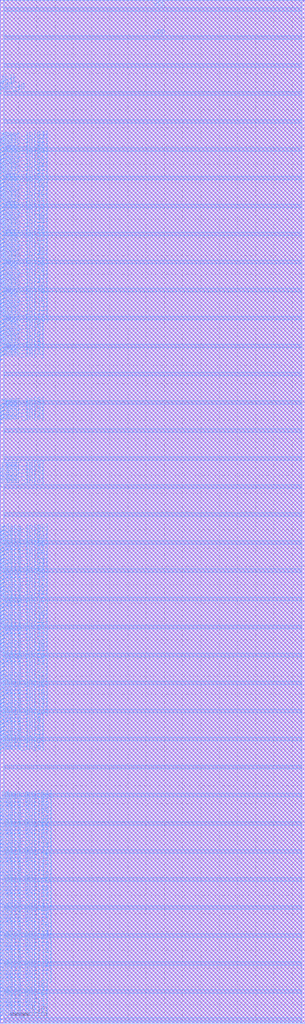
<source format=lef>
VERSION 5.7 ;
BUSBITCHARS "[]" ;
MACRO fakeregfile_64x64
  FOREIGN fakeregfile_64x64 0 0 ;
  SYMMETRY X Y R90 ;
  SIZE 8.360 BY 28.000 ;
  CLASS BLOCK ;
  PIN rdata_out[0]
    DIRECTION OUTPUT ;
    USE SIGNAL ;
    SHAPE ABUTMENT ;
    PORT
      LAYER M4 ;
      RECT 0.000 0.096 0.024 0.120 ;
    END
  END rdata_out[0]
  PIN rdata_out[1]
    DIRECTION OUTPUT ;
    USE SIGNAL ;
    SHAPE ABUTMENT ;
    PORT
      LAYER M4 ;
      RECT 0.000 0.192 0.024 0.216 ;
    END
  END rdata_out[1]
  PIN rdata_out[2]
    DIRECTION OUTPUT ;
    USE SIGNAL ;
    SHAPE ABUTMENT ;
    PORT
      LAYER M4 ;
      RECT 0.000 0.288 0.024 0.312 ;
    END
  END rdata_out[2]
  PIN rdata_out[3]
    DIRECTION OUTPUT ;
    USE SIGNAL ;
    SHAPE ABUTMENT ;
    PORT
      LAYER M4 ;
      RECT 0.000 0.384 0.024 0.408 ;
    END
  END rdata_out[3]
  PIN rdata_out[4]
    DIRECTION OUTPUT ;
    USE SIGNAL ;
    SHAPE ABUTMENT ;
    PORT
      LAYER M4 ;
      RECT 0.000 0.480 0.024 0.504 ;
    END
  END rdata_out[4]
  PIN rdata_out[5]
    DIRECTION OUTPUT ;
    USE SIGNAL ;
    SHAPE ABUTMENT ;
    PORT
      LAYER M4 ;
      RECT 0.000 0.576 0.024 0.600 ;
    END
  END rdata_out[5]
  PIN rdata_out[6]
    DIRECTION OUTPUT ;
    USE SIGNAL ;
    SHAPE ABUTMENT ;
    PORT
      LAYER M4 ;
      RECT 0.000 0.672 0.024 0.696 ;
    END
  END rdata_out[6]
  PIN rdata_out[7]
    DIRECTION OUTPUT ;
    USE SIGNAL ;
    SHAPE ABUTMENT ;
    PORT
      LAYER M4 ;
      RECT 0.000 0.768 0.024 0.792 ;
    END
  END rdata_out[7]
  PIN rdata_out[8]
    DIRECTION OUTPUT ;
    USE SIGNAL ;
    SHAPE ABUTMENT ;
    PORT
      LAYER M4 ;
      RECT 0.000 0.864 0.024 0.888 ;
    END
  END rdata_out[8]
  PIN rdata_out[9]
    DIRECTION OUTPUT ;
    USE SIGNAL ;
    SHAPE ABUTMENT ;
    PORT
      LAYER M4 ;
      RECT 0.000 0.960 0.024 0.984 ;
    END
  END rdata_out[9]
  PIN rdata_out[10]
    DIRECTION OUTPUT ;
    USE SIGNAL ;
    SHAPE ABUTMENT ;
    PORT
      LAYER M4 ;
      RECT 0.000 1.056 0.024 1.080 ;
    END
  END rdata_out[10]
  PIN rdata_out[11]
    DIRECTION OUTPUT ;
    USE SIGNAL ;
    SHAPE ABUTMENT ;
    PORT
      LAYER M4 ;
      RECT 0.000 1.152 0.024 1.176 ;
    END
  END rdata_out[11]
  PIN rdata_out[12]
    DIRECTION OUTPUT ;
    USE SIGNAL ;
    SHAPE ABUTMENT ;
    PORT
      LAYER M4 ;
      RECT 0.000 1.248 0.024 1.272 ;
    END
  END rdata_out[12]
  PIN rdata_out[13]
    DIRECTION OUTPUT ;
    USE SIGNAL ;
    SHAPE ABUTMENT ;
    PORT
      LAYER M4 ;
      RECT 0.000 1.344 0.024 1.368 ;
    END
  END rdata_out[13]
  PIN rdata_out[14]
    DIRECTION OUTPUT ;
    USE SIGNAL ;
    SHAPE ABUTMENT ;
    PORT
      LAYER M4 ;
      RECT 0.000 1.440 0.024 1.464 ;
    END
  END rdata_out[14]
  PIN rdata_out[15]
    DIRECTION OUTPUT ;
    USE SIGNAL ;
    SHAPE ABUTMENT ;
    PORT
      LAYER M4 ;
      RECT 0.000 1.536 0.024 1.560 ;
    END
  END rdata_out[15]
  PIN rdata_out[16]
    DIRECTION OUTPUT ;
    USE SIGNAL ;
    SHAPE ABUTMENT ;
    PORT
      LAYER M4 ;
      RECT 0.000 1.632 0.024 1.656 ;
    END
  END rdata_out[16]
  PIN rdata_out[17]
    DIRECTION OUTPUT ;
    USE SIGNAL ;
    SHAPE ABUTMENT ;
    PORT
      LAYER M4 ;
      RECT 0.000 1.728 0.024 1.752 ;
    END
  END rdata_out[17]
  PIN rdata_out[18]
    DIRECTION OUTPUT ;
    USE SIGNAL ;
    SHAPE ABUTMENT ;
    PORT
      LAYER M4 ;
      RECT 0.000 1.824 0.024 1.848 ;
    END
  END rdata_out[18]
  PIN rdata_out[19]
    DIRECTION OUTPUT ;
    USE SIGNAL ;
    SHAPE ABUTMENT ;
    PORT
      LAYER M4 ;
      RECT 0.000 1.920 0.024 1.944 ;
    END
  END rdata_out[19]
  PIN rdata_out[20]
    DIRECTION OUTPUT ;
    USE SIGNAL ;
    SHAPE ABUTMENT ;
    PORT
      LAYER M4 ;
      RECT 0.000 2.016 0.024 2.040 ;
    END
  END rdata_out[20]
  PIN rdata_out[21]
    DIRECTION OUTPUT ;
    USE SIGNAL ;
    SHAPE ABUTMENT ;
    PORT
      LAYER M4 ;
      RECT 0.000 2.112 0.024 2.136 ;
    END
  END rdata_out[21]
  PIN rdata_out[22]
    DIRECTION OUTPUT ;
    USE SIGNAL ;
    SHAPE ABUTMENT ;
    PORT
      LAYER M4 ;
      RECT 0.000 2.208 0.024 2.232 ;
    END
  END rdata_out[22]
  PIN rdata_out[23]
    DIRECTION OUTPUT ;
    USE SIGNAL ;
    SHAPE ABUTMENT ;
    PORT
      LAYER M4 ;
      RECT 0.000 2.304 0.024 2.328 ;
    END
  END rdata_out[23]
  PIN rdata_out[24]
    DIRECTION OUTPUT ;
    USE SIGNAL ;
    SHAPE ABUTMENT ;
    PORT
      LAYER M4 ;
      RECT 0.000 2.400 0.024 2.424 ;
    END
  END rdata_out[24]
  PIN rdata_out[25]
    DIRECTION OUTPUT ;
    USE SIGNAL ;
    SHAPE ABUTMENT ;
    PORT
      LAYER M4 ;
      RECT 0.000 2.496 0.024 2.520 ;
    END
  END rdata_out[25]
  PIN rdata_out[26]
    DIRECTION OUTPUT ;
    USE SIGNAL ;
    SHAPE ABUTMENT ;
    PORT
      LAYER M4 ;
      RECT 0.000 2.592 0.024 2.616 ;
    END
  END rdata_out[26]
  PIN rdata_out[27]
    DIRECTION OUTPUT ;
    USE SIGNAL ;
    SHAPE ABUTMENT ;
    PORT
      LAYER M4 ;
      RECT 0.000 2.688 0.024 2.712 ;
    END
  END rdata_out[27]
  PIN rdata_out[28]
    DIRECTION OUTPUT ;
    USE SIGNAL ;
    SHAPE ABUTMENT ;
    PORT
      LAYER M4 ;
      RECT 0.000 2.784 0.024 2.808 ;
    END
  END rdata_out[28]
  PIN rdata_out[29]
    DIRECTION OUTPUT ;
    USE SIGNAL ;
    SHAPE ABUTMENT ;
    PORT
      LAYER M4 ;
      RECT 0.000 2.880 0.024 2.904 ;
    END
  END rdata_out[29]
  PIN rdata_out[30]
    DIRECTION OUTPUT ;
    USE SIGNAL ;
    SHAPE ABUTMENT ;
    PORT
      LAYER M4 ;
      RECT 0.000 2.976 0.024 3.000 ;
    END
  END rdata_out[30]
  PIN rdata_out[31]
    DIRECTION OUTPUT ;
    USE SIGNAL ;
    SHAPE ABUTMENT ;
    PORT
      LAYER M4 ;
      RECT 0.000 3.072 0.024 3.096 ;
    END
  END rdata_out[31]
  PIN rdata_out[32]
    DIRECTION OUTPUT ;
    USE SIGNAL ;
    SHAPE ABUTMENT ;
    PORT
      LAYER M4 ;
      RECT 0.000 3.168 0.024 3.192 ;
    END
  END rdata_out[32]
  PIN rdata_out[33]
    DIRECTION OUTPUT ;
    USE SIGNAL ;
    SHAPE ABUTMENT ;
    PORT
      LAYER M4 ;
      RECT 0.000 3.264 0.024 3.288 ;
    END
  END rdata_out[33]
  PIN rdata_out[34]
    DIRECTION OUTPUT ;
    USE SIGNAL ;
    SHAPE ABUTMENT ;
    PORT
      LAYER M4 ;
      RECT 0.000 3.360 0.024 3.384 ;
    END
  END rdata_out[34]
  PIN rdata_out[35]
    DIRECTION OUTPUT ;
    USE SIGNAL ;
    SHAPE ABUTMENT ;
    PORT
      LAYER M4 ;
      RECT 0.000 3.456 0.024 3.480 ;
    END
  END rdata_out[35]
  PIN rdata_out[36]
    DIRECTION OUTPUT ;
    USE SIGNAL ;
    SHAPE ABUTMENT ;
    PORT
      LAYER M4 ;
      RECT 0.000 3.552 0.024 3.576 ;
    END
  END rdata_out[36]
  PIN rdata_out[37]
    DIRECTION OUTPUT ;
    USE SIGNAL ;
    SHAPE ABUTMENT ;
    PORT
      LAYER M4 ;
      RECT 0.000 3.648 0.024 3.672 ;
    END
  END rdata_out[37]
  PIN rdata_out[38]
    DIRECTION OUTPUT ;
    USE SIGNAL ;
    SHAPE ABUTMENT ;
    PORT
      LAYER M4 ;
      RECT 0.000 3.744 0.024 3.768 ;
    END
  END rdata_out[38]
  PIN rdata_out[39]
    DIRECTION OUTPUT ;
    USE SIGNAL ;
    SHAPE ABUTMENT ;
    PORT
      LAYER M4 ;
      RECT 0.000 3.840 0.024 3.864 ;
    END
  END rdata_out[39]
  PIN rdata_out[40]
    DIRECTION OUTPUT ;
    USE SIGNAL ;
    SHAPE ABUTMENT ;
    PORT
      LAYER M4 ;
      RECT 0.000 3.936 0.024 3.960 ;
    END
  END rdata_out[40]
  PIN rdata_out[41]
    DIRECTION OUTPUT ;
    USE SIGNAL ;
    SHAPE ABUTMENT ;
    PORT
      LAYER M4 ;
      RECT 0.000 4.032 0.024 4.056 ;
    END
  END rdata_out[41]
  PIN rdata_out[42]
    DIRECTION OUTPUT ;
    USE SIGNAL ;
    SHAPE ABUTMENT ;
    PORT
      LAYER M4 ;
      RECT 0.000 4.128 0.024 4.152 ;
    END
  END rdata_out[42]
  PIN rdata_out[43]
    DIRECTION OUTPUT ;
    USE SIGNAL ;
    SHAPE ABUTMENT ;
    PORT
      LAYER M4 ;
      RECT 0.000 4.224 0.024 4.248 ;
    END
  END rdata_out[43]
  PIN rdata_out[44]
    DIRECTION OUTPUT ;
    USE SIGNAL ;
    SHAPE ABUTMENT ;
    PORT
      LAYER M4 ;
      RECT 0.000 4.320 0.024 4.344 ;
    END
  END rdata_out[44]
  PIN rdata_out[45]
    DIRECTION OUTPUT ;
    USE SIGNAL ;
    SHAPE ABUTMENT ;
    PORT
      LAYER M4 ;
      RECT 0.000 4.416 0.024 4.440 ;
    END
  END rdata_out[45]
  PIN rdata_out[46]
    DIRECTION OUTPUT ;
    USE SIGNAL ;
    SHAPE ABUTMENT ;
    PORT
      LAYER M4 ;
      RECT 0.000 4.512 0.024 4.536 ;
    END
  END rdata_out[46]
  PIN rdata_out[47]
    DIRECTION OUTPUT ;
    USE SIGNAL ;
    SHAPE ABUTMENT ;
    PORT
      LAYER M4 ;
      RECT 0.000 4.608 0.024 4.632 ;
    END
  END rdata_out[47]
  PIN rdata_out[48]
    DIRECTION OUTPUT ;
    USE SIGNAL ;
    SHAPE ABUTMENT ;
    PORT
      LAYER M4 ;
      RECT 0.000 4.704 0.024 4.728 ;
    END
  END rdata_out[48]
  PIN rdata_out[49]
    DIRECTION OUTPUT ;
    USE SIGNAL ;
    SHAPE ABUTMENT ;
    PORT
      LAYER M4 ;
      RECT 0.000 4.800 0.024 4.824 ;
    END
  END rdata_out[49]
  PIN rdata_out[50]
    DIRECTION OUTPUT ;
    USE SIGNAL ;
    SHAPE ABUTMENT ;
    PORT
      LAYER M4 ;
      RECT 0.000 4.896 0.024 4.920 ;
    END
  END rdata_out[50]
  PIN rdata_out[51]
    DIRECTION OUTPUT ;
    USE SIGNAL ;
    SHAPE ABUTMENT ;
    PORT
      LAYER M4 ;
      RECT 0.000 4.992 0.024 5.016 ;
    END
  END rdata_out[51]
  PIN rdata_out[52]
    DIRECTION OUTPUT ;
    USE SIGNAL ;
    SHAPE ABUTMENT ;
    PORT
      LAYER M4 ;
      RECT 0.000 5.088 0.024 5.112 ;
    END
  END rdata_out[52]
  PIN rdata_out[53]
    DIRECTION OUTPUT ;
    USE SIGNAL ;
    SHAPE ABUTMENT ;
    PORT
      LAYER M4 ;
      RECT 0.000 5.184 0.024 5.208 ;
    END
  END rdata_out[53]
  PIN rdata_out[54]
    DIRECTION OUTPUT ;
    USE SIGNAL ;
    SHAPE ABUTMENT ;
    PORT
      LAYER M4 ;
      RECT 0.000 5.280 0.024 5.304 ;
    END
  END rdata_out[54]
  PIN rdata_out[55]
    DIRECTION OUTPUT ;
    USE SIGNAL ;
    SHAPE ABUTMENT ;
    PORT
      LAYER M4 ;
      RECT 0.000 5.376 0.024 5.400 ;
    END
  END rdata_out[55]
  PIN rdata_out[56]
    DIRECTION OUTPUT ;
    USE SIGNAL ;
    SHAPE ABUTMENT ;
    PORT
      LAYER M4 ;
      RECT 0.000 5.472 0.024 5.496 ;
    END
  END rdata_out[56]
  PIN rdata_out[57]
    DIRECTION OUTPUT ;
    USE SIGNAL ;
    SHAPE ABUTMENT ;
    PORT
      LAYER M4 ;
      RECT 0.000 5.568 0.024 5.592 ;
    END
  END rdata_out[57]
  PIN rdata_out[58]
    DIRECTION OUTPUT ;
    USE SIGNAL ;
    SHAPE ABUTMENT ;
    PORT
      LAYER M4 ;
      RECT 0.000 5.664 0.024 5.688 ;
    END
  END rdata_out[58]
  PIN rdata_out[59]
    DIRECTION OUTPUT ;
    USE SIGNAL ;
    SHAPE ABUTMENT ;
    PORT
      LAYER M4 ;
      RECT 0.000 5.760 0.024 5.784 ;
    END
  END rdata_out[59]
  PIN rdata_out[60]
    DIRECTION OUTPUT ;
    USE SIGNAL ;
    SHAPE ABUTMENT ;
    PORT
      LAYER M4 ;
      RECT 0.000 5.856 0.024 5.880 ;
    END
  END rdata_out[60]
  PIN rdata_out[61]
    DIRECTION OUTPUT ;
    USE SIGNAL ;
    SHAPE ABUTMENT ;
    PORT
      LAYER M4 ;
      RECT 0.000 5.952 0.024 5.976 ;
    END
  END rdata_out[61]
  PIN rdata_out[62]
    DIRECTION OUTPUT ;
    USE SIGNAL ;
    SHAPE ABUTMENT ;
    PORT
      LAYER M4 ;
      RECT 0.000 6.048 0.024 6.072 ;
    END
  END rdata_out[62]
  PIN rdata_out[63]
    DIRECTION OUTPUT ;
    USE SIGNAL ;
    SHAPE ABUTMENT ;
    PORT
      LAYER M4 ;
      RECT 0.000 6.144 0.024 6.168 ;
    END
  END rdata_out[63]
  PIN wdata_in[0]
    DIRECTION INPUT ;
    USE SIGNAL ;
    SHAPE ABUTMENT ;
    PORT
      LAYER M4 ;
      RECT 0.000 7.392 0.024 7.416 ;
    END
  END wdata_in[0]
  PIN wdata_in[1]
    DIRECTION INPUT ;
    USE SIGNAL ;
    SHAPE ABUTMENT ;
    PORT
      LAYER M4 ;
      RECT 0.000 7.488 0.024 7.512 ;
    END
  END wdata_in[1]
  PIN wdata_in[2]
    DIRECTION INPUT ;
    USE SIGNAL ;
    SHAPE ABUTMENT ;
    PORT
      LAYER M4 ;
      RECT 0.000 7.584 0.024 7.608 ;
    END
  END wdata_in[2]
  PIN wdata_in[3]
    DIRECTION INPUT ;
    USE SIGNAL ;
    SHAPE ABUTMENT ;
    PORT
      LAYER M4 ;
      RECT 0.000 7.680 0.024 7.704 ;
    END
  END wdata_in[3]
  PIN wdata_in[4]
    DIRECTION INPUT ;
    USE SIGNAL ;
    SHAPE ABUTMENT ;
    PORT
      LAYER M4 ;
      RECT 0.000 7.776 0.024 7.800 ;
    END
  END wdata_in[4]
  PIN wdata_in[5]
    DIRECTION INPUT ;
    USE SIGNAL ;
    SHAPE ABUTMENT ;
    PORT
      LAYER M4 ;
      RECT 0.000 7.872 0.024 7.896 ;
    END
  END wdata_in[5]
  PIN wdata_in[6]
    DIRECTION INPUT ;
    USE SIGNAL ;
    SHAPE ABUTMENT ;
    PORT
      LAYER M4 ;
      RECT 0.000 7.968 0.024 7.992 ;
    END
  END wdata_in[6]
  PIN wdata_in[7]
    DIRECTION INPUT ;
    USE SIGNAL ;
    SHAPE ABUTMENT ;
    PORT
      LAYER M4 ;
      RECT 0.000 8.064 0.024 8.088 ;
    END
  END wdata_in[7]
  PIN wdata_in[8]
    DIRECTION INPUT ;
    USE SIGNAL ;
    SHAPE ABUTMENT ;
    PORT
      LAYER M4 ;
      RECT 0.000 8.160 0.024 8.184 ;
    END
  END wdata_in[8]
  PIN wdata_in[9]
    DIRECTION INPUT ;
    USE SIGNAL ;
    SHAPE ABUTMENT ;
    PORT
      LAYER M4 ;
      RECT 0.000 8.256 0.024 8.280 ;
    END
  END wdata_in[9]
  PIN wdata_in[10]
    DIRECTION INPUT ;
    USE SIGNAL ;
    SHAPE ABUTMENT ;
    PORT
      LAYER M4 ;
      RECT 0.000 8.352 0.024 8.376 ;
    END
  END wdata_in[10]
  PIN wdata_in[11]
    DIRECTION INPUT ;
    USE SIGNAL ;
    SHAPE ABUTMENT ;
    PORT
      LAYER M4 ;
      RECT 0.000 8.448 0.024 8.472 ;
    END
  END wdata_in[11]
  PIN wdata_in[12]
    DIRECTION INPUT ;
    USE SIGNAL ;
    SHAPE ABUTMENT ;
    PORT
      LAYER M4 ;
      RECT 0.000 8.544 0.024 8.568 ;
    END
  END wdata_in[12]
  PIN wdata_in[13]
    DIRECTION INPUT ;
    USE SIGNAL ;
    SHAPE ABUTMENT ;
    PORT
      LAYER M4 ;
      RECT 0.000 8.640 0.024 8.664 ;
    END
  END wdata_in[13]
  PIN wdata_in[14]
    DIRECTION INPUT ;
    USE SIGNAL ;
    SHAPE ABUTMENT ;
    PORT
      LAYER M4 ;
      RECT 0.000 8.736 0.024 8.760 ;
    END
  END wdata_in[14]
  PIN wdata_in[15]
    DIRECTION INPUT ;
    USE SIGNAL ;
    SHAPE ABUTMENT ;
    PORT
      LAYER M4 ;
      RECT 0.000 8.832 0.024 8.856 ;
    END
  END wdata_in[15]
  PIN wdata_in[16]
    DIRECTION INPUT ;
    USE SIGNAL ;
    SHAPE ABUTMENT ;
    PORT
      LAYER M4 ;
      RECT 0.000 8.928 0.024 8.952 ;
    END
  END wdata_in[16]
  PIN wdata_in[17]
    DIRECTION INPUT ;
    USE SIGNAL ;
    SHAPE ABUTMENT ;
    PORT
      LAYER M4 ;
      RECT 0.000 9.024 0.024 9.048 ;
    END
  END wdata_in[17]
  PIN wdata_in[18]
    DIRECTION INPUT ;
    USE SIGNAL ;
    SHAPE ABUTMENT ;
    PORT
      LAYER M4 ;
      RECT 0.000 9.120 0.024 9.144 ;
    END
  END wdata_in[18]
  PIN wdata_in[19]
    DIRECTION INPUT ;
    USE SIGNAL ;
    SHAPE ABUTMENT ;
    PORT
      LAYER M4 ;
      RECT 0.000 9.216 0.024 9.240 ;
    END
  END wdata_in[19]
  PIN wdata_in[20]
    DIRECTION INPUT ;
    USE SIGNAL ;
    SHAPE ABUTMENT ;
    PORT
      LAYER M4 ;
      RECT 0.000 9.312 0.024 9.336 ;
    END
  END wdata_in[20]
  PIN wdata_in[21]
    DIRECTION INPUT ;
    USE SIGNAL ;
    SHAPE ABUTMENT ;
    PORT
      LAYER M4 ;
      RECT 0.000 9.408 0.024 9.432 ;
    END
  END wdata_in[21]
  PIN wdata_in[22]
    DIRECTION INPUT ;
    USE SIGNAL ;
    SHAPE ABUTMENT ;
    PORT
      LAYER M4 ;
      RECT 0.000 9.504 0.024 9.528 ;
    END
  END wdata_in[22]
  PIN wdata_in[23]
    DIRECTION INPUT ;
    USE SIGNAL ;
    SHAPE ABUTMENT ;
    PORT
      LAYER M4 ;
      RECT 0.000 9.600 0.024 9.624 ;
    END
  END wdata_in[23]
  PIN wdata_in[24]
    DIRECTION INPUT ;
    USE SIGNAL ;
    SHAPE ABUTMENT ;
    PORT
      LAYER M4 ;
      RECT 0.000 9.696 0.024 9.720 ;
    END
  END wdata_in[24]
  PIN wdata_in[25]
    DIRECTION INPUT ;
    USE SIGNAL ;
    SHAPE ABUTMENT ;
    PORT
      LAYER M4 ;
      RECT 0.000 9.792 0.024 9.816 ;
    END
  END wdata_in[25]
  PIN wdata_in[26]
    DIRECTION INPUT ;
    USE SIGNAL ;
    SHAPE ABUTMENT ;
    PORT
      LAYER M4 ;
      RECT 0.000 9.888 0.024 9.912 ;
    END
  END wdata_in[26]
  PIN wdata_in[27]
    DIRECTION INPUT ;
    USE SIGNAL ;
    SHAPE ABUTMENT ;
    PORT
      LAYER M4 ;
      RECT 0.000 9.984 0.024 10.008 ;
    END
  END wdata_in[27]
  PIN wdata_in[28]
    DIRECTION INPUT ;
    USE SIGNAL ;
    SHAPE ABUTMENT ;
    PORT
      LAYER M4 ;
      RECT 0.000 10.080 0.024 10.104 ;
    END
  END wdata_in[28]
  PIN wdata_in[29]
    DIRECTION INPUT ;
    USE SIGNAL ;
    SHAPE ABUTMENT ;
    PORT
      LAYER M4 ;
      RECT 0.000 10.176 0.024 10.200 ;
    END
  END wdata_in[29]
  PIN wdata_in[30]
    DIRECTION INPUT ;
    USE SIGNAL ;
    SHAPE ABUTMENT ;
    PORT
      LAYER M4 ;
      RECT 0.000 10.272 0.024 10.296 ;
    END
  END wdata_in[30]
  PIN wdata_in[31]
    DIRECTION INPUT ;
    USE SIGNAL ;
    SHAPE ABUTMENT ;
    PORT
      LAYER M4 ;
      RECT 0.000 10.368 0.024 10.392 ;
    END
  END wdata_in[31]
  PIN wdata_in[32]
    DIRECTION INPUT ;
    USE SIGNAL ;
    SHAPE ABUTMENT ;
    PORT
      LAYER M4 ;
      RECT 0.000 10.464 0.024 10.488 ;
    END
  END wdata_in[32]
  PIN wdata_in[33]
    DIRECTION INPUT ;
    USE SIGNAL ;
    SHAPE ABUTMENT ;
    PORT
      LAYER M4 ;
      RECT 0.000 10.560 0.024 10.584 ;
    END
  END wdata_in[33]
  PIN wdata_in[34]
    DIRECTION INPUT ;
    USE SIGNAL ;
    SHAPE ABUTMENT ;
    PORT
      LAYER M4 ;
      RECT 0.000 10.656 0.024 10.680 ;
    END
  END wdata_in[34]
  PIN wdata_in[35]
    DIRECTION INPUT ;
    USE SIGNAL ;
    SHAPE ABUTMENT ;
    PORT
      LAYER M4 ;
      RECT 0.000 10.752 0.024 10.776 ;
    END
  END wdata_in[35]
  PIN wdata_in[36]
    DIRECTION INPUT ;
    USE SIGNAL ;
    SHAPE ABUTMENT ;
    PORT
      LAYER M4 ;
      RECT 0.000 10.848 0.024 10.872 ;
    END
  END wdata_in[36]
  PIN wdata_in[37]
    DIRECTION INPUT ;
    USE SIGNAL ;
    SHAPE ABUTMENT ;
    PORT
      LAYER M4 ;
      RECT 0.000 10.944 0.024 10.968 ;
    END
  END wdata_in[37]
  PIN wdata_in[38]
    DIRECTION INPUT ;
    USE SIGNAL ;
    SHAPE ABUTMENT ;
    PORT
      LAYER M4 ;
      RECT 0.000 11.040 0.024 11.064 ;
    END
  END wdata_in[38]
  PIN wdata_in[39]
    DIRECTION INPUT ;
    USE SIGNAL ;
    SHAPE ABUTMENT ;
    PORT
      LAYER M4 ;
      RECT 0.000 11.136 0.024 11.160 ;
    END
  END wdata_in[39]
  PIN wdata_in[40]
    DIRECTION INPUT ;
    USE SIGNAL ;
    SHAPE ABUTMENT ;
    PORT
      LAYER M4 ;
      RECT 0.000 11.232 0.024 11.256 ;
    END
  END wdata_in[40]
  PIN wdata_in[41]
    DIRECTION INPUT ;
    USE SIGNAL ;
    SHAPE ABUTMENT ;
    PORT
      LAYER M4 ;
      RECT 0.000 11.328 0.024 11.352 ;
    END
  END wdata_in[41]
  PIN wdata_in[42]
    DIRECTION INPUT ;
    USE SIGNAL ;
    SHAPE ABUTMENT ;
    PORT
      LAYER M4 ;
      RECT 0.000 11.424 0.024 11.448 ;
    END
  END wdata_in[42]
  PIN wdata_in[43]
    DIRECTION INPUT ;
    USE SIGNAL ;
    SHAPE ABUTMENT ;
    PORT
      LAYER M4 ;
      RECT 0.000 11.520 0.024 11.544 ;
    END
  END wdata_in[43]
  PIN wdata_in[44]
    DIRECTION INPUT ;
    USE SIGNAL ;
    SHAPE ABUTMENT ;
    PORT
      LAYER M4 ;
      RECT 0.000 11.616 0.024 11.640 ;
    END
  END wdata_in[44]
  PIN wdata_in[45]
    DIRECTION INPUT ;
    USE SIGNAL ;
    SHAPE ABUTMENT ;
    PORT
      LAYER M4 ;
      RECT 0.000 11.712 0.024 11.736 ;
    END
  END wdata_in[45]
  PIN wdata_in[46]
    DIRECTION INPUT ;
    USE SIGNAL ;
    SHAPE ABUTMENT ;
    PORT
      LAYER M4 ;
      RECT 0.000 11.808 0.024 11.832 ;
    END
  END wdata_in[46]
  PIN wdata_in[47]
    DIRECTION INPUT ;
    USE SIGNAL ;
    SHAPE ABUTMENT ;
    PORT
      LAYER M4 ;
      RECT 0.000 11.904 0.024 11.928 ;
    END
  END wdata_in[47]
  PIN wdata_in[48]
    DIRECTION INPUT ;
    USE SIGNAL ;
    SHAPE ABUTMENT ;
    PORT
      LAYER M4 ;
      RECT 0.000 12.000 0.024 12.024 ;
    END
  END wdata_in[48]
  PIN wdata_in[49]
    DIRECTION INPUT ;
    USE SIGNAL ;
    SHAPE ABUTMENT ;
    PORT
      LAYER M4 ;
      RECT 0.000 12.096 0.024 12.120 ;
    END
  END wdata_in[49]
  PIN wdata_in[50]
    DIRECTION INPUT ;
    USE SIGNAL ;
    SHAPE ABUTMENT ;
    PORT
      LAYER M4 ;
      RECT 0.000 12.192 0.024 12.216 ;
    END
  END wdata_in[50]
  PIN wdata_in[51]
    DIRECTION INPUT ;
    USE SIGNAL ;
    SHAPE ABUTMENT ;
    PORT
      LAYER M4 ;
      RECT 0.000 12.288 0.024 12.312 ;
    END
  END wdata_in[51]
  PIN wdata_in[52]
    DIRECTION INPUT ;
    USE SIGNAL ;
    SHAPE ABUTMENT ;
    PORT
      LAYER M4 ;
      RECT 0.000 12.384 0.024 12.408 ;
    END
  END wdata_in[52]
  PIN wdata_in[53]
    DIRECTION INPUT ;
    USE SIGNAL ;
    SHAPE ABUTMENT ;
    PORT
      LAYER M4 ;
      RECT 0.000 12.480 0.024 12.504 ;
    END
  END wdata_in[53]
  PIN wdata_in[54]
    DIRECTION INPUT ;
    USE SIGNAL ;
    SHAPE ABUTMENT ;
    PORT
      LAYER M4 ;
      RECT 0.000 12.576 0.024 12.600 ;
    END
  END wdata_in[54]
  PIN wdata_in[55]
    DIRECTION INPUT ;
    USE SIGNAL ;
    SHAPE ABUTMENT ;
    PORT
      LAYER M4 ;
      RECT 0.000 12.672 0.024 12.696 ;
    END
  END wdata_in[55]
  PIN wdata_in[56]
    DIRECTION INPUT ;
    USE SIGNAL ;
    SHAPE ABUTMENT ;
    PORT
      LAYER M4 ;
      RECT 0.000 12.768 0.024 12.792 ;
    END
  END wdata_in[56]
  PIN wdata_in[57]
    DIRECTION INPUT ;
    USE SIGNAL ;
    SHAPE ABUTMENT ;
    PORT
      LAYER M4 ;
      RECT 0.000 12.864 0.024 12.888 ;
    END
  END wdata_in[57]
  PIN wdata_in[58]
    DIRECTION INPUT ;
    USE SIGNAL ;
    SHAPE ABUTMENT ;
    PORT
      LAYER M4 ;
      RECT 0.000 12.960 0.024 12.984 ;
    END
  END wdata_in[58]
  PIN wdata_in[59]
    DIRECTION INPUT ;
    USE SIGNAL ;
    SHAPE ABUTMENT ;
    PORT
      LAYER M4 ;
      RECT 0.000 13.056 0.024 13.080 ;
    END
  END wdata_in[59]
  PIN wdata_in[60]
    DIRECTION INPUT ;
    USE SIGNAL ;
    SHAPE ABUTMENT ;
    PORT
      LAYER M4 ;
      RECT 0.000 13.152 0.024 13.176 ;
    END
  END wdata_in[60]
  PIN wdata_in[61]
    DIRECTION INPUT ;
    USE SIGNAL ;
    SHAPE ABUTMENT ;
    PORT
      LAYER M4 ;
      RECT 0.000 13.248 0.024 13.272 ;
    END
  END wdata_in[61]
  PIN wdata_in[62]
    DIRECTION INPUT ;
    USE SIGNAL ;
    SHAPE ABUTMENT ;
    PORT
      LAYER M4 ;
      RECT 0.000 13.344 0.024 13.368 ;
    END
  END wdata_in[62]
  PIN wdata_in[63]
    DIRECTION INPUT ;
    USE SIGNAL ;
    SHAPE ABUTMENT ;
    PORT
      LAYER M4 ;
      RECT 0.000 13.440 0.024 13.464 ;
    END
  END wdata_in[63]
  PIN raddr_in[0]
    DIRECTION INPUT ;
    USE SIGNAL ;
    SHAPE ABUTMENT ;
    PORT
      LAYER M4 ;
      RECT 0.000 14.688 0.024 14.712 ;
    END
  END raddr_in[0]
  PIN raddr_in[1]
    DIRECTION INPUT ;
    USE SIGNAL ;
    SHAPE ABUTMENT ;
    PORT
      LAYER M4 ;
      RECT 0.000 14.784 0.024 14.808 ;
    END
  END raddr_in[1]
  PIN raddr_in[2]
    DIRECTION INPUT ;
    USE SIGNAL ;
    SHAPE ABUTMENT ;
    PORT
      LAYER M4 ;
      RECT 0.000 14.880 0.024 14.904 ;
    END
  END raddr_in[2]
  PIN raddr_in[3]
    DIRECTION INPUT ;
    USE SIGNAL ;
    SHAPE ABUTMENT ;
    PORT
      LAYER M4 ;
      RECT 0.000 14.976 0.024 15.000 ;
    END
  END raddr_in[3]
  PIN raddr_in[4]
    DIRECTION INPUT ;
    USE SIGNAL ;
    SHAPE ABUTMENT ;
    PORT
      LAYER M4 ;
      RECT 0.000 15.072 0.024 15.096 ;
    END
  END raddr_in[4]
  PIN raddr_in[5]
    DIRECTION INPUT ;
    USE SIGNAL ;
    SHAPE ABUTMENT ;
    PORT
      LAYER M4 ;
      RECT 0.000 15.168 0.024 15.192 ;
    END
  END raddr_in[5]
  PIN waddr_in[0]
    DIRECTION INPUT ;
    USE SIGNAL ;
    SHAPE ABUTMENT ;
    PORT
      LAYER M4 ;
      RECT 0.000 16.416 0.024 16.440 ;
    END
  END waddr_in[0]
  PIN waddr_in[1]
    DIRECTION INPUT ;
    USE SIGNAL ;
    SHAPE ABUTMENT ;
    PORT
      LAYER M4 ;
      RECT 0.000 16.512 0.024 16.536 ;
    END
  END waddr_in[1]
  PIN waddr_in[2]
    DIRECTION INPUT ;
    USE SIGNAL ;
    SHAPE ABUTMENT ;
    PORT
      LAYER M4 ;
      RECT 0.000 16.608 0.024 16.632 ;
    END
  END waddr_in[2]
  PIN waddr_in[3]
    DIRECTION INPUT ;
    USE SIGNAL ;
    SHAPE ABUTMENT ;
    PORT
      LAYER M4 ;
      RECT 0.000 16.704 0.024 16.728 ;
    END
  END waddr_in[3]
  PIN waddr_in[4]
    DIRECTION INPUT ;
    USE SIGNAL ;
    SHAPE ABUTMENT ;
    PORT
      LAYER M4 ;
      RECT 0.000 16.800 0.024 16.824 ;
    END
  END waddr_in[4]
  PIN waddr_in[5]
    DIRECTION INPUT ;
    USE SIGNAL ;
    SHAPE ABUTMENT ;
    PORT
      LAYER M4 ;
      RECT 0.000 16.896 0.024 16.920 ;
    END
  END waddr_in[5]
  PIN wmask_in[0]
    DIRECTION INPUT ;
    USE SIGNAL ;
    SHAPE ABUTMENT ;
    PORT
      LAYER M4 ;
      RECT 0.000 18.144 0.024 18.168 ;
    END
  END wmask_in[0]
  PIN wmask_in[1]
    DIRECTION INPUT ;
    USE SIGNAL ;
    SHAPE ABUTMENT ;
    PORT
      LAYER M4 ;
      RECT 0.000 18.240 0.024 18.264 ;
    END
  END wmask_in[1]
  PIN wmask_in[2]
    DIRECTION INPUT ;
    USE SIGNAL ;
    SHAPE ABUTMENT ;
    PORT
      LAYER M4 ;
      RECT 0.000 18.336 0.024 18.360 ;
    END
  END wmask_in[2]
  PIN wmask_in[3]
    DIRECTION INPUT ;
    USE SIGNAL ;
    SHAPE ABUTMENT ;
    PORT
      LAYER M4 ;
      RECT 0.000 18.432 0.024 18.456 ;
    END
  END wmask_in[3]
  PIN wmask_in[4]
    DIRECTION INPUT ;
    USE SIGNAL ;
    SHAPE ABUTMENT ;
    PORT
      LAYER M4 ;
      RECT 0.000 18.528 0.024 18.552 ;
    END
  END wmask_in[4]
  PIN wmask_in[5]
    DIRECTION INPUT ;
    USE SIGNAL ;
    SHAPE ABUTMENT ;
    PORT
      LAYER M4 ;
      RECT 0.000 18.624 0.024 18.648 ;
    END
  END wmask_in[5]
  PIN wmask_in[6]
    DIRECTION INPUT ;
    USE SIGNAL ;
    SHAPE ABUTMENT ;
    PORT
      LAYER M4 ;
      RECT 0.000 18.720 0.024 18.744 ;
    END
  END wmask_in[6]
  PIN wmask_in[7]
    DIRECTION INPUT ;
    USE SIGNAL ;
    SHAPE ABUTMENT ;
    PORT
      LAYER M4 ;
      RECT 0.000 18.816 0.024 18.840 ;
    END
  END wmask_in[7]
  PIN wmask_in[8]
    DIRECTION INPUT ;
    USE SIGNAL ;
    SHAPE ABUTMENT ;
    PORT
      LAYER M4 ;
      RECT 0.000 18.912 0.024 18.936 ;
    END
  END wmask_in[8]
  PIN wmask_in[9]
    DIRECTION INPUT ;
    USE SIGNAL ;
    SHAPE ABUTMENT ;
    PORT
      LAYER M4 ;
      RECT 0.000 19.008 0.024 19.032 ;
    END
  END wmask_in[9]
  PIN wmask_in[10]
    DIRECTION INPUT ;
    USE SIGNAL ;
    SHAPE ABUTMENT ;
    PORT
      LAYER M4 ;
      RECT 0.000 19.104 0.024 19.128 ;
    END
  END wmask_in[10]
  PIN wmask_in[11]
    DIRECTION INPUT ;
    USE SIGNAL ;
    SHAPE ABUTMENT ;
    PORT
      LAYER M4 ;
      RECT 0.000 19.200 0.024 19.224 ;
    END
  END wmask_in[11]
  PIN wmask_in[12]
    DIRECTION INPUT ;
    USE SIGNAL ;
    SHAPE ABUTMENT ;
    PORT
      LAYER M4 ;
      RECT 0.000 19.296 0.024 19.320 ;
    END
  END wmask_in[12]
  PIN wmask_in[13]
    DIRECTION INPUT ;
    USE SIGNAL ;
    SHAPE ABUTMENT ;
    PORT
      LAYER M4 ;
      RECT 0.000 19.392 0.024 19.416 ;
    END
  END wmask_in[13]
  PIN wmask_in[14]
    DIRECTION INPUT ;
    USE SIGNAL ;
    SHAPE ABUTMENT ;
    PORT
      LAYER M4 ;
      RECT 0.000 19.488 0.024 19.512 ;
    END
  END wmask_in[14]
  PIN wmask_in[15]
    DIRECTION INPUT ;
    USE SIGNAL ;
    SHAPE ABUTMENT ;
    PORT
      LAYER M4 ;
      RECT 0.000 19.584 0.024 19.608 ;
    END
  END wmask_in[15]
  PIN wmask_in[16]
    DIRECTION INPUT ;
    USE SIGNAL ;
    SHAPE ABUTMENT ;
    PORT
      LAYER M4 ;
      RECT 0.000 19.680 0.024 19.704 ;
    END
  END wmask_in[16]
  PIN wmask_in[17]
    DIRECTION INPUT ;
    USE SIGNAL ;
    SHAPE ABUTMENT ;
    PORT
      LAYER M4 ;
      RECT 0.000 19.776 0.024 19.800 ;
    END
  END wmask_in[17]
  PIN wmask_in[18]
    DIRECTION INPUT ;
    USE SIGNAL ;
    SHAPE ABUTMENT ;
    PORT
      LAYER M4 ;
      RECT 0.000 19.872 0.024 19.896 ;
    END
  END wmask_in[18]
  PIN wmask_in[19]
    DIRECTION INPUT ;
    USE SIGNAL ;
    SHAPE ABUTMENT ;
    PORT
      LAYER M4 ;
      RECT 0.000 19.968 0.024 19.992 ;
    END
  END wmask_in[19]
  PIN wmask_in[20]
    DIRECTION INPUT ;
    USE SIGNAL ;
    SHAPE ABUTMENT ;
    PORT
      LAYER M4 ;
      RECT 0.000 20.064 0.024 20.088 ;
    END
  END wmask_in[20]
  PIN wmask_in[21]
    DIRECTION INPUT ;
    USE SIGNAL ;
    SHAPE ABUTMENT ;
    PORT
      LAYER M4 ;
      RECT 0.000 20.160 0.024 20.184 ;
    END
  END wmask_in[21]
  PIN wmask_in[22]
    DIRECTION INPUT ;
    USE SIGNAL ;
    SHAPE ABUTMENT ;
    PORT
      LAYER M4 ;
      RECT 0.000 20.256 0.024 20.280 ;
    END
  END wmask_in[22]
  PIN wmask_in[23]
    DIRECTION INPUT ;
    USE SIGNAL ;
    SHAPE ABUTMENT ;
    PORT
      LAYER M4 ;
      RECT 0.000 20.352 0.024 20.376 ;
    END
  END wmask_in[23]
  PIN wmask_in[24]
    DIRECTION INPUT ;
    USE SIGNAL ;
    SHAPE ABUTMENT ;
    PORT
      LAYER M4 ;
      RECT 0.000 20.448 0.024 20.472 ;
    END
  END wmask_in[24]
  PIN wmask_in[25]
    DIRECTION INPUT ;
    USE SIGNAL ;
    SHAPE ABUTMENT ;
    PORT
      LAYER M4 ;
      RECT 0.000 20.544 0.024 20.568 ;
    END
  END wmask_in[25]
  PIN wmask_in[26]
    DIRECTION INPUT ;
    USE SIGNAL ;
    SHAPE ABUTMENT ;
    PORT
      LAYER M4 ;
      RECT 0.000 20.640 0.024 20.664 ;
    END
  END wmask_in[26]
  PIN wmask_in[27]
    DIRECTION INPUT ;
    USE SIGNAL ;
    SHAPE ABUTMENT ;
    PORT
      LAYER M4 ;
      RECT 0.000 20.736 0.024 20.760 ;
    END
  END wmask_in[27]
  PIN wmask_in[28]
    DIRECTION INPUT ;
    USE SIGNAL ;
    SHAPE ABUTMENT ;
    PORT
      LAYER M4 ;
      RECT 0.000 20.832 0.024 20.856 ;
    END
  END wmask_in[28]
  PIN wmask_in[29]
    DIRECTION INPUT ;
    USE SIGNAL ;
    SHAPE ABUTMENT ;
    PORT
      LAYER M4 ;
      RECT 0.000 20.928 0.024 20.952 ;
    END
  END wmask_in[29]
  PIN wmask_in[30]
    DIRECTION INPUT ;
    USE SIGNAL ;
    SHAPE ABUTMENT ;
    PORT
      LAYER M4 ;
      RECT 0.000 21.024 0.024 21.048 ;
    END
  END wmask_in[30]
  PIN wmask_in[31]
    DIRECTION INPUT ;
    USE SIGNAL ;
    SHAPE ABUTMENT ;
    PORT
      LAYER M4 ;
      RECT 0.000 21.120 0.024 21.144 ;
    END
  END wmask_in[31]
  PIN wmask_in[32]
    DIRECTION INPUT ;
    USE SIGNAL ;
    SHAPE ABUTMENT ;
    PORT
      LAYER M4 ;
      RECT 0.000 21.216 0.024 21.240 ;
    END
  END wmask_in[32]
  PIN wmask_in[33]
    DIRECTION INPUT ;
    USE SIGNAL ;
    SHAPE ABUTMENT ;
    PORT
      LAYER M4 ;
      RECT 0.000 21.312 0.024 21.336 ;
    END
  END wmask_in[33]
  PIN wmask_in[34]
    DIRECTION INPUT ;
    USE SIGNAL ;
    SHAPE ABUTMENT ;
    PORT
      LAYER M4 ;
      RECT 0.000 21.408 0.024 21.432 ;
    END
  END wmask_in[34]
  PIN wmask_in[35]
    DIRECTION INPUT ;
    USE SIGNAL ;
    SHAPE ABUTMENT ;
    PORT
      LAYER M4 ;
      RECT 0.000 21.504 0.024 21.528 ;
    END
  END wmask_in[35]
  PIN wmask_in[36]
    DIRECTION INPUT ;
    USE SIGNAL ;
    SHAPE ABUTMENT ;
    PORT
      LAYER M4 ;
      RECT 0.000 21.600 0.024 21.624 ;
    END
  END wmask_in[36]
  PIN wmask_in[37]
    DIRECTION INPUT ;
    USE SIGNAL ;
    SHAPE ABUTMENT ;
    PORT
      LAYER M4 ;
      RECT 0.000 21.696 0.024 21.720 ;
    END
  END wmask_in[37]
  PIN wmask_in[38]
    DIRECTION INPUT ;
    USE SIGNAL ;
    SHAPE ABUTMENT ;
    PORT
      LAYER M4 ;
      RECT 0.000 21.792 0.024 21.816 ;
    END
  END wmask_in[38]
  PIN wmask_in[39]
    DIRECTION INPUT ;
    USE SIGNAL ;
    SHAPE ABUTMENT ;
    PORT
      LAYER M4 ;
      RECT 0.000 21.888 0.024 21.912 ;
    END
  END wmask_in[39]
  PIN wmask_in[40]
    DIRECTION INPUT ;
    USE SIGNAL ;
    SHAPE ABUTMENT ;
    PORT
      LAYER M4 ;
      RECT 0.000 21.984 0.024 22.008 ;
    END
  END wmask_in[40]
  PIN wmask_in[41]
    DIRECTION INPUT ;
    USE SIGNAL ;
    SHAPE ABUTMENT ;
    PORT
      LAYER M4 ;
      RECT 0.000 22.080 0.024 22.104 ;
    END
  END wmask_in[41]
  PIN wmask_in[42]
    DIRECTION INPUT ;
    USE SIGNAL ;
    SHAPE ABUTMENT ;
    PORT
      LAYER M4 ;
      RECT 0.000 22.176 0.024 22.200 ;
    END
  END wmask_in[42]
  PIN wmask_in[43]
    DIRECTION INPUT ;
    USE SIGNAL ;
    SHAPE ABUTMENT ;
    PORT
      LAYER M4 ;
      RECT 0.000 22.272 0.024 22.296 ;
    END
  END wmask_in[43]
  PIN wmask_in[44]
    DIRECTION INPUT ;
    USE SIGNAL ;
    SHAPE ABUTMENT ;
    PORT
      LAYER M4 ;
      RECT 0.000 22.368 0.024 22.392 ;
    END
  END wmask_in[44]
  PIN wmask_in[45]
    DIRECTION INPUT ;
    USE SIGNAL ;
    SHAPE ABUTMENT ;
    PORT
      LAYER M4 ;
      RECT 0.000 22.464 0.024 22.488 ;
    END
  END wmask_in[45]
  PIN wmask_in[46]
    DIRECTION INPUT ;
    USE SIGNAL ;
    SHAPE ABUTMENT ;
    PORT
      LAYER M4 ;
      RECT 0.000 22.560 0.024 22.584 ;
    END
  END wmask_in[46]
  PIN wmask_in[47]
    DIRECTION INPUT ;
    USE SIGNAL ;
    SHAPE ABUTMENT ;
    PORT
      LAYER M4 ;
      RECT 0.000 22.656 0.024 22.680 ;
    END
  END wmask_in[47]
  PIN wmask_in[48]
    DIRECTION INPUT ;
    USE SIGNAL ;
    SHAPE ABUTMENT ;
    PORT
      LAYER M4 ;
      RECT 0.000 22.752 0.024 22.776 ;
    END
  END wmask_in[48]
  PIN wmask_in[49]
    DIRECTION INPUT ;
    USE SIGNAL ;
    SHAPE ABUTMENT ;
    PORT
      LAYER M4 ;
      RECT 0.000 22.848 0.024 22.872 ;
    END
  END wmask_in[49]
  PIN wmask_in[50]
    DIRECTION INPUT ;
    USE SIGNAL ;
    SHAPE ABUTMENT ;
    PORT
      LAYER M4 ;
      RECT 0.000 22.944 0.024 22.968 ;
    END
  END wmask_in[50]
  PIN wmask_in[51]
    DIRECTION INPUT ;
    USE SIGNAL ;
    SHAPE ABUTMENT ;
    PORT
      LAYER M4 ;
      RECT 0.000 23.040 0.024 23.064 ;
    END
  END wmask_in[51]
  PIN wmask_in[52]
    DIRECTION INPUT ;
    USE SIGNAL ;
    SHAPE ABUTMENT ;
    PORT
      LAYER M4 ;
      RECT 0.000 23.136 0.024 23.160 ;
    END
  END wmask_in[52]
  PIN wmask_in[53]
    DIRECTION INPUT ;
    USE SIGNAL ;
    SHAPE ABUTMENT ;
    PORT
      LAYER M4 ;
      RECT 0.000 23.232 0.024 23.256 ;
    END
  END wmask_in[53]
  PIN wmask_in[54]
    DIRECTION INPUT ;
    USE SIGNAL ;
    SHAPE ABUTMENT ;
    PORT
      LAYER M4 ;
      RECT 0.000 23.328 0.024 23.352 ;
    END
  END wmask_in[54]
  PIN wmask_in[55]
    DIRECTION INPUT ;
    USE SIGNAL ;
    SHAPE ABUTMENT ;
    PORT
      LAYER M4 ;
      RECT 0.000 23.424 0.024 23.448 ;
    END
  END wmask_in[55]
  PIN wmask_in[56]
    DIRECTION INPUT ;
    USE SIGNAL ;
    SHAPE ABUTMENT ;
    PORT
      LAYER M4 ;
      RECT 0.000 23.520 0.024 23.544 ;
    END
  END wmask_in[56]
  PIN wmask_in[57]
    DIRECTION INPUT ;
    USE SIGNAL ;
    SHAPE ABUTMENT ;
    PORT
      LAYER M4 ;
      RECT 0.000 23.616 0.024 23.640 ;
    END
  END wmask_in[57]
  PIN wmask_in[58]
    DIRECTION INPUT ;
    USE SIGNAL ;
    SHAPE ABUTMENT ;
    PORT
      LAYER M4 ;
      RECT 0.000 23.712 0.024 23.736 ;
    END
  END wmask_in[58]
  PIN wmask_in[59]
    DIRECTION INPUT ;
    USE SIGNAL ;
    SHAPE ABUTMENT ;
    PORT
      LAYER M4 ;
      RECT 0.000 23.808 0.024 23.832 ;
    END
  END wmask_in[59]
  PIN wmask_in[60]
    DIRECTION INPUT ;
    USE SIGNAL ;
    SHAPE ABUTMENT ;
    PORT
      LAYER M4 ;
      RECT 0.000 23.904 0.024 23.928 ;
    END
  END wmask_in[60]
  PIN wmask_in[61]
    DIRECTION INPUT ;
    USE SIGNAL ;
    SHAPE ABUTMENT ;
    PORT
      LAYER M4 ;
      RECT 0.000 24.000 0.024 24.024 ;
    END
  END wmask_in[61]
  PIN wmask_in[62]
    DIRECTION INPUT ;
    USE SIGNAL ;
    SHAPE ABUTMENT ;
    PORT
      LAYER M4 ;
      RECT 0.000 24.096 0.024 24.120 ;
    END
  END wmask_in[62]
  PIN wmask_in[63]
    DIRECTION INPUT ;
    USE SIGNAL ;
    SHAPE ABUTMENT ;
    PORT
      LAYER M4 ;
      RECT 0.000 24.192 0.024 24.216 ;
    END
  END wmask_in[63]
  PIN wen_in
    DIRECTION INPUT ;
    USE SIGNAL ;
    SHAPE ABUTMENT ;
    PORT
      LAYER M4 ;
      RECT 0.000 25.440 0.024 25.464 ;
    END
  END wen_in
  PIN ren_in
    DIRECTION INPUT ;
    USE SIGNAL ;
    SHAPE ABUTMENT ;
    PORT
      LAYER M4 ;
      RECT 0.000 25.536 0.024 25.560 ;
    END
  END ren_in
  PIN wclk
    DIRECTION INPUT ;
    USE SIGNAL ;
    SHAPE ABUTMENT ;
    PORT
      LAYER M4 ;
      RECT 0.000 25.632 0.024 25.656 ;
    END
  END wclk
  PIN rclk
    DIRECTION INPUT ;
    USE SIGNAL ;
    SHAPE ABUTMENT ;
    PORT
      LAYER M4 ;
      RECT 0.000 25.728 0.024 25.752 ;
    END
  END rclk
  PIN VSS
    DIRECTION INOUT ;
    USE GROUND ;
    PORT
      LAYER M4 ;
      RECT 0.096 0.048 8.264 0.144 ;
      RECT 0.096 1.584 8.264 1.680 ;
      RECT 0.096 3.120 8.264 3.216 ;
      RECT 0.096 4.656 8.264 4.752 ;
      RECT 0.096 6.192 8.264 6.288 ;
      RECT 0.096 7.728 8.264 7.824 ;
      RECT 0.096 9.264 8.264 9.360 ;
      RECT 0.096 10.800 8.264 10.896 ;
      RECT 0.096 12.336 8.264 12.432 ;
      RECT 0.096 13.872 8.264 13.968 ;
      RECT 0.096 15.408 8.264 15.504 ;
      RECT 0.096 16.944 8.264 17.040 ;
      RECT 0.096 18.480 8.264 18.576 ;
      RECT 0.096 20.016 8.264 20.112 ;
      RECT 0.096 21.552 8.264 21.648 ;
      RECT 0.096 23.088 8.264 23.184 ;
      RECT 0.096 24.624 8.264 24.720 ;
      RECT 0.096 26.160 8.264 26.256 ;
      RECT 0.096 27.696 8.264 27.792 ;
    END
  END VSS
  PIN VDD
    DIRECTION INOUT ;
    USE POWER ;
    PORT
      LAYER M4 ;
      RECT 0.096 0.816 8.264 0.912 ;
      RECT 0.096 2.352 8.264 2.448 ;
      RECT 0.096 3.888 8.264 3.984 ;
      RECT 0.096 5.424 8.264 5.520 ;
      RECT 0.096 6.960 8.264 7.056 ;
      RECT 0.096 8.496 8.264 8.592 ;
      RECT 0.096 10.032 8.264 10.128 ;
      RECT 0.096 11.568 8.264 11.664 ;
      RECT 0.096 13.104 8.264 13.200 ;
      RECT 0.096 14.640 8.264 14.736 ;
      RECT 0.096 16.176 8.264 16.272 ;
      RECT 0.096 17.712 8.264 17.808 ;
      RECT 0.096 19.248 8.264 19.344 ;
      RECT 0.096 20.784 8.264 20.880 ;
      RECT 0.096 22.320 8.264 22.416 ;
      RECT 0.096 23.856 8.264 23.952 ;
      RECT 0.096 25.392 8.264 25.488 ;
      RECT 0.096 26.928 8.264 27.024 ;
    END
  END VDD
  OBS
    LAYER M1 ;
    RECT 0 0 8.360 28.000 ;
    LAYER M2 ;
    RECT 0 0 8.360 28.000 ;
    LAYER M3 ;
    RECT 0 0 8.360 28.000 ;
    LAYER M4 ;
    RECT 0.1 0 8.260 28.000 ;
  END
END fakeregfile_64x64

END LIBRARY

</source>
